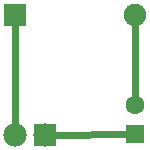
<source format=gbl>
G04 MADE WITH FRITZING*
G04 WWW.FRITZING.ORG*
G04 SINGLE SIDED*
G04 HOLES NOT PLATED*
G04 CONTOUR ON CENTER OF CONTOUR VECTOR*
%ASAXBY*%
%FSLAX23Y23*%
%MOIN*%
%OFA0B0*%
%SFA1.0B1.0*%
%ADD10C,0.062992*%
%ADD11C,0.075000*%
%ADD12C,0.078000*%
%ADD13R,0.062992X0.062992*%
%ADD14R,0.075000X0.075000*%
%ADD15R,0.078000X0.078000*%
%ADD16C,0.024000*%
%LNCOPPER0*%
G90*
G70*
G54D10*
X578Y245D03*
X578Y343D03*
G54D11*
X178Y643D03*
X578Y643D03*
G54D12*
X278Y243D03*
X178Y243D03*
G54D13*
X578Y245D03*
G54D14*
X178Y643D03*
G54D15*
X278Y243D03*
G54D16*
X178Y269D02*
X178Y618D01*
D02*
X555Y244D02*
X303Y243D01*
D02*
X578Y366D02*
X578Y643D01*
G04 End of Copper0*
M02*
</source>
